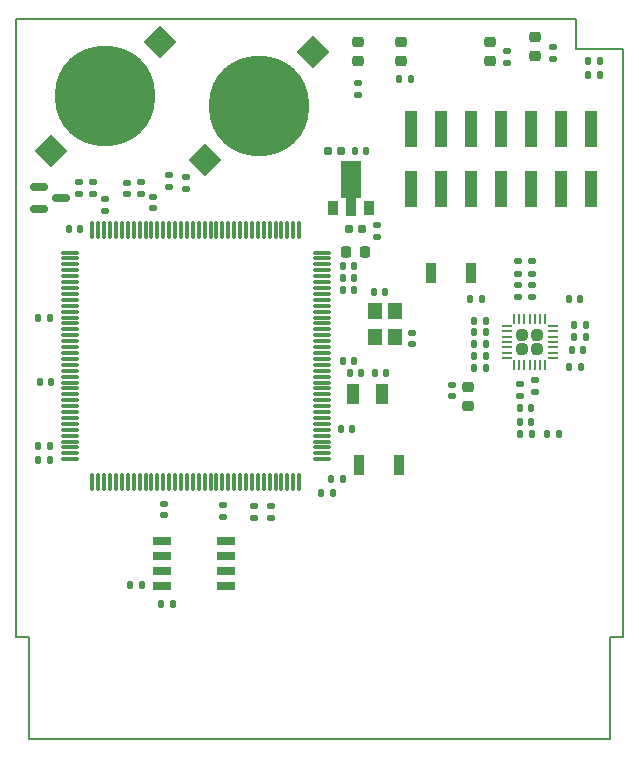
<source format=gbr>
G04 #@! TF.GenerationSoftware,KiCad,Pcbnew,7.0.10*
G04 #@! TF.CreationDate,2024-04-17T21:52:57+03:00*
G04 #@! TF.ProjectId,GAMEBOY_STM32_CART,47414d45-424f-4595-9f53-544d33325f43,v5.1*
G04 #@! TF.SameCoordinates,Original*
G04 #@! TF.FileFunction,Paste,Top*
G04 #@! TF.FilePolarity,Positive*
%FSLAX46Y46*%
G04 Gerber Fmt 4.6, Leading zero omitted, Abs format (unit mm)*
G04 Created by KiCad (PCBNEW 7.0.10) date 2024-04-17 21:52:57*
%MOMM*%
%LPD*%
G01*
G04 APERTURE LIST*
G04 Aperture macros list*
%AMRoundRect*
0 Rectangle with rounded corners*
0 $1 Rounding radius*
0 $2 $3 $4 $5 $6 $7 $8 $9 X,Y pos of 4 corners*
0 Add a 4 corners polygon primitive as box body*
4,1,4,$2,$3,$4,$5,$6,$7,$8,$9,$2,$3,0*
0 Add four circle primitives for the rounded corners*
1,1,$1+$1,$2,$3*
1,1,$1+$1,$4,$5*
1,1,$1+$1,$6,$7*
1,1,$1+$1,$8,$9*
0 Add four rect primitives between the rounded corners*
20,1,$1+$1,$2,$3,$4,$5,0*
20,1,$1+$1,$4,$5,$6,$7,0*
20,1,$1+$1,$6,$7,$8,$9,0*
20,1,$1+$1,$8,$9,$2,$3,0*%
%AMRotRect*
0 Rectangle, with rotation*
0 The origin of the aperture is its center*
0 $1 length*
0 $2 width*
0 $3 Rotation angle, in degrees counterclockwise*
0 Add horizontal line*
21,1,$1,$2,0,0,$3*%
%AMFreePoly0*
4,1,14,0.318306,0.106694,0.381694,0.043306,0.400000,-0.000888,0.400000,-0.062500,0.381694,-0.106694,0.337500,-0.125000,-0.337500,-0.125000,-0.381694,-0.106694,-0.400000,-0.062500,-0.400000,0.062500,-0.381694,0.106694,-0.337500,0.125000,0.274112,0.125000,0.318306,0.106694,0.318306,0.106694,$1*%
%AMFreePoly1*
4,1,14,0.381694,0.106694,0.400000,0.062500,0.400000,0.000888,0.381694,-0.043306,0.318306,-0.106694,0.274112,-0.125000,-0.337500,-0.125000,-0.381694,-0.106694,-0.400000,-0.062500,-0.400000,0.062500,-0.381694,0.106694,-0.337500,0.125000,0.337500,0.125000,0.381694,0.106694,0.381694,0.106694,$1*%
%AMFreePoly2*
4,1,14,0.106694,0.381694,0.125000,0.337500,0.125000,-0.337500,0.106694,-0.381694,0.062500,-0.400000,-0.062500,-0.400000,-0.106694,-0.381694,-0.125000,-0.337500,-0.125000,0.274112,-0.106694,0.318306,-0.043306,0.381694,0.000888,0.400000,0.062500,0.400000,0.106694,0.381694,0.106694,0.381694,$1*%
%AMFreePoly3*
4,1,14,0.043306,0.381694,0.106694,0.318306,0.125000,0.274112,0.125000,-0.337500,0.106694,-0.381694,0.062500,-0.400000,-0.062500,-0.400000,-0.106694,-0.381694,-0.125000,-0.337500,-0.125000,0.337500,-0.106694,0.381694,-0.062500,0.400000,-0.000888,0.400000,0.043306,0.381694,0.043306,0.381694,$1*%
%AMFreePoly4*
4,1,14,0.381694,0.106694,0.400000,0.062500,0.400000,-0.062500,0.381694,-0.106694,0.337500,-0.125000,-0.274112,-0.125000,-0.318306,-0.106694,-0.381694,-0.043306,-0.400000,0.000888,-0.400000,0.062500,-0.381694,0.106694,-0.337500,0.125000,0.337500,0.125000,0.381694,0.106694,0.381694,0.106694,$1*%
%AMFreePoly5*
4,1,14,0.381694,0.106694,0.400000,0.062500,0.400000,-0.062500,0.381694,-0.106694,0.337500,-0.125000,-0.337500,-0.125000,-0.381694,-0.106694,-0.400000,-0.062500,-0.400000,-0.000888,-0.381694,0.043306,-0.318306,0.106694,-0.274112,0.125000,0.337500,0.125000,0.381694,0.106694,0.381694,0.106694,$1*%
%AMFreePoly6*
4,1,14,0.106694,0.381694,0.125000,0.337500,0.125000,-0.274112,0.106694,-0.318306,0.043306,-0.381694,-0.000888,-0.400000,-0.062500,-0.400000,-0.106694,-0.381694,-0.125000,-0.337500,-0.125000,0.337500,-0.106694,0.381694,-0.062500,0.400000,0.062500,0.400000,0.106694,0.381694,0.106694,0.381694,$1*%
%AMFreePoly7*
4,1,14,0.106694,0.381694,0.125000,0.337500,0.125000,-0.337500,0.106694,-0.381694,0.062500,-0.400000,0.000888,-0.400000,-0.043306,-0.381694,-0.106694,-0.318306,-0.125000,-0.274112,-0.125000,0.337500,-0.106694,0.381694,-0.062500,0.400000,0.062500,0.400000,0.106694,0.381694,0.106694,0.381694,$1*%
%AMFreePoly8*
4,1,9,3.862500,-0.866500,0.737500,-0.866500,0.737500,-0.450000,-0.737500,-0.450000,-0.737500,0.450000,0.737500,0.450000,0.737500,0.866500,3.862500,0.866500,3.862500,-0.866500,3.862500,-0.866500,$1*%
G04 Aperture macros list end*
%ADD10RoundRect,0.075000X0.662500X0.075000X-0.662500X0.075000X-0.662500X-0.075000X0.662500X-0.075000X0*%
%ADD11RoundRect,0.075000X0.075000X0.662500X-0.075000X0.662500X-0.075000X-0.662500X0.075000X-0.662500X0*%
%ADD12RoundRect,0.135000X-0.185000X0.135000X-0.185000X-0.135000X0.185000X-0.135000X0.185000X0.135000X0*%
%ADD13RoundRect,0.135000X0.185000X-0.135000X0.185000X0.135000X-0.185000X0.135000X-0.185000X-0.135000X0*%
%ADD14RoundRect,0.140000X-0.140000X-0.170000X0.140000X-0.170000X0.140000X0.170000X-0.140000X0.170000X0*%
%ADD15RoundRect,0.218750X-0.256250X0.218750X-0.256250X-0.218750X0.256250X-0.218750X0.256250X0.218750X0*%
%ADD16RoundRect,0.140000X-0.170000X0.140000X-0.170000X-0.140000X0.170000X-0.140000X0.170000X0.140000X0*%
%ADD17R,0.900000X1.700000*%
%ADD18RoundRect,0.140000X0.140000X0.170000X-0.140000X0.170000X-0.140000X-0.170000X0.140000X-0.170000X0*%
%ADD19RoundRect,0.155000X0.212500X0.155000X-0.212500X0.155000X-0.212500X-0.155000X0.212500X-0.155000X0*%
%ADD20RoundRect,0.135000X0.135000X0.185000X-0.135000X0.185000X-0.135000X-0.185000X0.135000X-0.185000X0*%
%ADD21RoundRect,0.135000X-0.135000X-0.185000X0.135000X-0.185000X0.135000X0.185000X-0.135000X0.185000X0*%
%ADD22RoundRect,0.218750X0.218750X0.256250X-0.218750X0.256250X-0.218750X-0.256250X0.218750X-0.256250X0*%
%ADD23RoundRect,0.140000X0.170000X-0.140000X0.170000X0.140000X-0.170000X0.140000X-0.170000X-0.140000X0*%
%ADD24RoundRect,0.150000X-0.587500X-0.150000X0.587500X-0.150000X0.587500X0.150000X-0.587500X0.150000X0*%
%ADD25RoundRect,0.242500X0.242500X0.242500X-0.242500X0.242500X-0.242500X-0.242500X0.242500X-0.242500X0*%
%ADD26FreePoly0,180.000000*%
%ADD27RoundRect,0.062500X0.337500X0.062500X-0.337500X0.062500X-0.337500X-0.062500X0.337500X-0.062500X0*%
%ADD28FreePoly1,180.000000*%
%ADD29FreePoly2,180.000000*%
%ADD30RoundRect,0.062500X0.062500X0.337500X-0.062500X0.337500X-0.062500X-0.337500X0.062500X-0.337500X0*%
%ADD31FreePoly3,180.000000*%
%ADD32FreePoly4,180.000000*%
%ADD33FreePoly5,180.000000*%
%ADD34FreePoly6,180.000000*%
%ADD35FreePoly7,180.000000*%
%ADD36RoundRect,0.218750X0.256250X-0.218750X0.256250X0.218750X-0.256250X0.218750X-0.256250X-0.218750X0*%
%ADD37R,1.000000X3.150000*%
%ADD38C,8.500000*%
%ADD39RotRect,2.000000X2.000000X45.000000*%
%ADD40R,1.200000X1.400000*%
%ADD41R,1.525000X0.650000*%
%ADD42R,1.000000X1.800000*%
%ADD43R,0.900000X1.300000*%
%ADD44FreePoly8,90.000000*%
G04 #@! TA.AperFunction,Profile*
%ADD45C,0.150000*%
G04 #@! TD*
G04 APERTURE END LIST*
D10*
X102725000Y-65138000D03*
X102725000Y-64638000D03*
X102725000Y-64138000D03*
X102725000Y-63638000D03*
X102725000Y-63138000D03*
X102725000Y-62638000D03*
X102725000Y-62138000D03*
X102725000Y-61638000D03*
X102725000Y-61138000D03*
X102725000Y-60638000D03*
X102725000Y-60138000D03*
X102725000Y-59638000D03*
X102725000Y-59138000D03*
X102725000Y-58638000D03*
X102725000Y-58138000D03*
X102725000Y-57638000D03*
X102725000Y-57138000D03*
X102725000Y-56638000D03*
X102725000Y-56138000D03*
X102725000Y-55638000D03*
X102725000Y-55138000D03*
X102725000Y-54638000D03*
X102725000Y-54138000D03*
X102725000Y-53638000D03*
X102725000Y-53138000D03*
X102725000Y-52638000D03*
X102725000Y-52138000D03*
X102725000Y-51638000D03*
X102725000Y-51138000D03*
X102725000Y-50638000D03*
X102725000Y-50138000D03*
X102725000Y-49638000D03*
X102725000Y-49138000D03*
X102725000Y-48638000D03*
X102725000Y-48138000D03*
X102725000Y-47638000D03*
D11*
X100812500Y-45725500D03*
X100312500Y-45725500D03*
X99812500Y-45725500D03*
X99312500Y-45725500D03*
X98812500Y-45725500D03*
X98312500Y-45725500D03*
X97812500Y-45725500D03*
X97312500Y-45725500D03*
X96812500Y-45725500D03*
X96312500Y-45725500D03*
X95812500Y-45725500D03*
X95312500Y-45725500D03*
X94812500Y-45725500D03*
X94312500Y-45725500D03*
X93812500Y-45725500D03*
X93312500Y-45725500D03*
X92812500Y-45725500D03*
X92312500Y-45725500D03*
X91812500Y-45725500D03*
X91312500Y-45725500D03*
X90812500Y-45725500D03*
X90312500Y-45725500D03*
X89812500Y-45725500D03*
X89312500Y-45725500D03*
X88812500Y-45725500D03*
X88312500Y-45725500D03*
X87812500Y-45725500D03*
X87312500Y-45725500D03*
X86812500Y-45725500D03*
X86312500Y-45725500D03*
X85812500Y-45725500D03*
X85312500Y-45725500D03*
X84812500Y-45725500D03*
X84312500Y-45725500D03*
X83812500Y-45725500D03*
X83312500Y-45725500D03*
D10*
X81400000Y-47638000D03*
X81400000Y-48138000D03*
X81400000Y-48638000D03*
X81400000Y-49138000D03*
X81400000Y-49638000D03*
X81400000Y-50138000D03*
X81400000Y-50638000D03*
X81400000Y-51138000D03*
X81400000Y-51638000D03*
X81400000Y-52138000D03*
X81400000Y-52638000D03*
X81400000Y-53138000D03*
X81400000Y-53638000D03*
X81400000Y-54138000D03*
X81400000Y-54638000D03*
X81400000Y-55138000D03*
X81400000Y-55638000D03*
X81400000Y-56138000D03*
X81400000Y-56638000D03*
X81400000Y-57138000D03*
X81400000Y-57638000D03*
X81400000Y-58138000D03*
X81400000Y-58638000D03*
X81400000Y-59138000D03*
X81400000Y-59638000D03*
X81400000Y-60138000D03*
X81400000Y-60638000D03*
X81400000Y-61138000D03*
X81400000Y-61638000D03*
X81400000Y-62138000D03*
X81400000Y-62638000D03*
X81400000Y-63138000D03*
X81400000Y-63638000D03*
X81400000Y-64138000D03*
X81400000Y-64638000D03*
X81400000Y-65138000D03*
D11*
X83312500Y-67050500D03*
X83812500Y-67050500D03*
X84312500Y-67050500D03*
X84812500Y-67050500D03*
X85312500Y-67050500D03*
X85812500Y-67050500D03*
X86312500Y-67050500D03*
X86812500Y-67050500D03*
X87312500Y-67050500D03*
X87812500Y-67050500D03*
X88312500Y-67050500D03*
X88812500Y-67050500D03*
X89312500Y-67050500D03*
X89812500Y-67050500D03*
X90312500Y-67050500D03*
X90812500Y-67050500D03*
X91312500Y-67050500D03*
X91812500Y-67050500D03*
X92312500Y-67050500D03*
X92812500Y-67050500D03*
X93312500Y-67050500D03*
X93812500Y-67050500D03*
X94312500Y-67050500D03*
X94812500Y-67050500D03*
X95312500Y-67050500D03*
X95812500Y-67050500D03*
X96312500Y-67050500D03*
X96812500Y-67050500D03*
X97312500Y-67050500D03*
X97812500Y-67050500D03*
X98312500Y-67050500D03*
X98812500Y-67050500D03*
X99312500Y-67050500D03*
X99812500Y-67050500D03*
X100312500Y-67050500D03*
X100812500Y-67050500D03*
D12*
X91200000Y-41200000D03*
X91200000Y-42220000D03*
D13*
X120570000Y-49410000D03*
X120570000Y-48390000D03*
D14*
X104520000Y-49800000D03*
X105480000Y-49800000D03*
D12*
X118400000Y-30600000D03*
X118400000Y-31620000D03*
D13*
X119370000Y-49410000D03*
X119370000Y-48390000D03*
D15*
X105800000Y-29812500D03*
X105800000Y-31387500D03*
X120800000Y-29412500D03*
X120800000Y-30987500D03*
D14*
X124120000Y-53800000D03*
X125080000Y-53800000D03*
D12*
X87400000Y-41690000D03*
X87400000Y-42710000D03*
D14*
X104520000Y-56800000D03*
X105480000Y-56800000D03*
D16*
X94400000Y-69040000D03*
X94400000Y-70000000D03*
D17*
X109300000Y-65600000D03*
X105900000Y-65600000D03*
D18*
X79680000Y-64000000D03*
X78720000Y-64000000D03*
D19*
X104367500Y-39000000D03*
X103232500Y-39000000D03*
D18*
X79680000Y-65200000D03*
X78720000Y-65200000D03*
D20*
X103710000Y-68000000D03*
X102690000Y-68000000D03*
D21*
X123660000Y-57300000D03*
X124680000Y-57300000D03*
D22*
X106387500Y-47600000D03*
X104812500Y-47600000D03*
D14*
X124120000Y-54800000D03*
X125080000Y-54800000D03*
D18*
X79800000Y-58600000D03*
X78840000Y-58600000D03*
D14*
X89144000Y-77425000D03*
X90104000Y-77425000D03*
X105520000Y-39000000D03*
X106480000Y-39000000D03*
D23*
X88400000Y-43880000D03*
X88400000Y-42920000D03*
D24*
X78800000Y-42050000D03*
X78800000Y-43950000D03*
X80675000Y-43000000D03*
D14*
X104520000Y-48800000D03*
X105480000Y-48800000D03*
D13*
X98400000Y-70110000D03*
X98400000Y-69090000D03*
D25*
X120920000Y-55800000D03*
X120920000Y-54600000D03*
X119720000Y-55800000D03*
X119720000Y-54600000D03*
D26*
X122270000Y-56550000D03*
D27*
X122270000Y-56100000D03*
X122270000Y-55650000D03*
X122270000Y-55200000D03*
X122270000Y-54750000D03*
X122270000Y-54300000D03*
D28*
X122270000Y-53850000D03*
D29*
X121670000Y-53250000D03*
D30*
X121220000Y-53250000D03*
X120770000Y-53250000D03*
X120320000Y-53250000D03*
X119870000Y-53250000D03*
X119420000Y-53250000D03*
D31*
X118970000Y-53250000D03*
D32*
X118370000Y-53850000D03*
D27*
X118370000Y-54300000D03*
X118370000Y-54750000D03*
X118370000Y-55200000D03*
X118370000Y-55650000D03*
X118370000Y-56100000D03*
D33*
X118370000Y-56550000D03*
D34*
X118970000Y-57150000D03*
D30*
X119420000Y-57150000D03*
X119870000Y-57150000D03*
X120320000Y-57150000D03*
X120770000Y-57150000D03*
X121220000Y-57150000D03*
D35*
X121670000Y-57150000D03*
D20*
X116310000Y-51600000D03*
X115290000Y-51600000D03*
D23*
X119520000Y-59760000D03*
X119520000Y-58800000D03*
D17*
X112000000Y-49400000D03*
X115400000Y-49400000D03*
D16*
X107400000Y-45320000D03*
X107400000Y-46280000D03*
X86200000Y-41720000D03*
X86200000Y-42680000D03*
D36*
X115120000Y-60587500D03*
X115120000Y-59012500D03*
D15*
X117000000Y-29800000D03*
X117000000Y-31375000D03*
D16*
X89400000Y-68920000D03*
X89400000Y-69880000D03*
D18*
X116600000Y-54400000D03*
X115640000Y-54400000D03*
D23*
X120570000Y-51380000D03*
X120570000Y-50420000D03*
D14*
X105120000Y-57800000D03*
X106080000Y-57800000D03*
D12*
X120770000Y-58390000D03*
X120770000Y-59410000D03*
X82200000Y-41690000D03*
X82200000Y-42710000D03*
D20*
X110320000Y-32900000D03*
X109300000Y-32900000D03*
D13*
X97000000Y-70110000D03*
X97000000Y-69090000D03*
D18*
X116600000Y-53400000D03*
X115640000Y-53400000D03*
D21*
X125290000Y-31400000D03*
X126310000Y-31400000D03*
D14*
X119520000Y-62000000D03*
X120480000Y-62000000D03*
X104520000Y-50800000D03*
X105480000Y-50800000D03*
D20*
X122830000Y-63000000D03*
X121810000Y-63000000D03*
D37*
X110320000Y-42250000D03*
X110320000Y-37200000D03*
X112860000Y-42250000D03*
X112860000Y-37200000D03*
X115400000Y-42250000D03*
X115400000Y-37200000D03*
X117940000Y-42250000D03*
X117940000Y-37200000D03*
X120480000Y-42250000D03*
X120480000Y-37200000D03*
X123020000Y-42250000D03*
X123020000Y-37200000D03*
X125560000Y-42250000D03*
X125560000Y-37200000D03*
D23*
X119370000Y-51380000D03*
X119370000Y-50420000D03*
D38*
X84408339Y-34404420D03*
D39*
X89004533Y-29808226D03*
X79812145Y-39000614D03*
D14*
X123920000Y-55900000D03*
X124880000Y-55900000D03*
X107120000Y-51000000D03*
X108080000Y-51000000D03*
D18*
X87480000Y-75800000D03*
X86520000Y-75800000D03*
D20*
X104510000Y-66800000D03*
X103490000Y-66800000D03*
D40*
X107200000Y-52600000D03*
X107200000Y-54800000D03*
X108900000Y-54800000D03*
X108900000Y-52600000D03*
D14*
X123640000Y-51600000D03*
X124600000Y-51600000D03*
D15*
X109400000Y-29812500D03*
X109400000Y-31387500D03*
D39*
X92835355Y-39835355D03*
X102027743Y-30642967D03*
D38*
X97431549Y-35239161D03*
D18*
X79680000Y-53200000D03*
X78720000Y-53200000D03*
D23*
X84400000Y-44080000D03*
X84400000Y-43120000D03*
D14*
X119520000Y-60800000D03*
X120480000Y-60800000D03*
D16*
X113720000Y-58840000D03*
X113720000Y-59800000D03*
D18*
X116600000Y-56400000D03*
X115640000Y-56400000D03*
D19*
X106167500Y-45600000D03*
X105032500Y-45600000D03*
D13*
X105800000Y-34310000D03*
X105800000Y-33290000D03*
D12*
X122300000Y-30225000D03*
X122300000Y-31245000D03*
D18*
X108160000Y-57800000D03*
X107200000Y-57800000D03*
D20*
X120540000Y-63000000D03*
X119520000Y-63000000D03*
D21*
X125290000Y-32600000D03*
X126310000Y-32600000D03*
D41*
X94624000Y-75870000D03*
X94624000Y-74600000D03*
X94624000Y-73330000D03*
X94624000Y-72060000D03*
X89200000Y-72060000D03*
X89200000Y-73330000D03*
X89200000Y-74600000D03*
X89200000Y-75870000D03*
D42*
X107850000Y-59600000D03*
X105350000Y-59600000D03*
D43*
X103700000Y-43850000D03*
D44*
X105200000Y-43762500D03*
D43*
X106700000Y-43850000D03*
D14*
X104320000Y-62600000D03*
X105280000Y-62600000D03*
D18*
X82280000Y-45600000D03*
X81320000Y-45600000D03*
D12*
X89800000Y-41090000D03*
X89800000Y-42110000D03*
D21*
X115610000Y-55400000D03*
X116630000Y-55400000D03*
D23*
X110400000Y-55400000D03*
X110400000Y-54440000D03*
D12*
X83400000Y-41690000D03*
X83400000Y-42710000D03*
D18*
X116600000Y-57400000D03*
X115640000Y-57400000D03*
D45*
X128250000Y-80225000D02*
X128250000Y-30425000D01*
X128250000Y-30425000D02*
X124250000Y-30425000D01*
X77950000Y-88825000D02*
X77950000Y-80225000D01*
X127150000Y-88825000D02*
X127150000Y-80225000D01*
X76850000Y-80225000D02*
X76850000Y-27825000D01*
X124250000Y-27825000D02*
X124250000Y-30425000D01*
X77950000Y-88825000D02*
X127150000Y-88825000D01*
X76850000Y-27825000D02*
X124250000Y-27825000D01*
X127150000Y-80225000D02*
X128250000Y-80225000D01*
X77950000Y-80225000D02*
X76850000Y-80225000D01*
M02*

</source>
